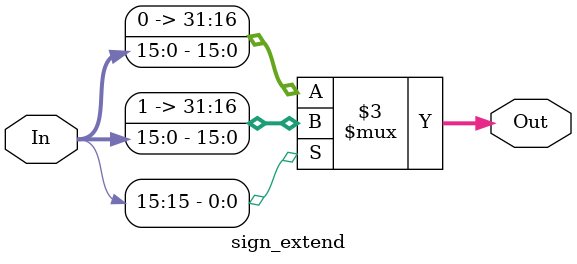
<source format=v>
`timescale 1ns / 1ps


module sign_extend(
    input [15:0] In,
    output reg [31:0] Out
    );
    always @(*) begin
    if(In[15]) begin
    Out <= {16'b1111111111111111, In};
    end
    else Out <= {16'd0, In};
    end
    
endmodule

</source>
